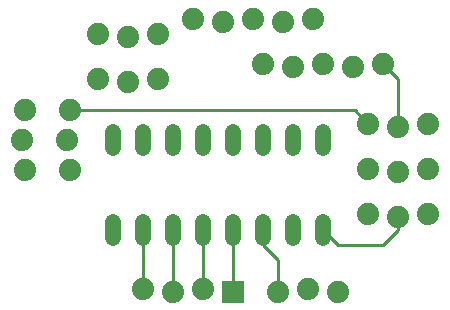
<source format=gbl>
G75*
%MOIN*%
%OFA0B0*%
%FSLAX25Y25*%
%IPPOS*%
%LPD*%
%AMOC8*
5,1,8,0,0,1.08239X$1,22.5*
%
%ADD10C,0.07400*%
%ADD11R,0.07400X0.07400*%
%ADD12C,0.05200*%
%ADD13C,0.01000*%
D10*
X0493833Y0051000D03*
X0508833Y0051000D03*
X0507833Y0061000D03*
X0492833Y0061000D03*
X0493833Y0071000D03*
X0508833Y0071000D03*
X0528333Y0080500D03*
X0538333Y0081500D03*
X0518333Y0081500D03*
X0573333Y0086500D03*
X0583333Y0085500D03*
X0593333Y0086500D03*
X0603333Y0085500D03*
X0613333Y0086500D03*
X0579833Y0100500D03*
X0589833Y0101500D03*
X0569833Y0101500D03*
X0559833Y0100500D03*
X0549833Y0101500D03*
X0538333Y0096500D03*
X0528333Y0095500D03*
X0518333Y0096500D03*
X0608333Y0066500D03*
X0618333Y0065500D03*
X0628333Y0066500D03*
X0628333Y0051500D03*
X0618333Y0050500D03*
X0608333Y0051500D03*
X0608333Y0036500D03*
X0618333Y0035500D03*
X0628333Y0036500D03*
X0588333Y0011500D03*
X0578333Y0010500D03*
X0553333Y0011500D03*
X0543333Y0010500D03*
X0533333Y0011500D03*
X0598333Y0010500D03*
D11*
X0563333Y0010500D03*
D12*
X0563333Y0028400D02*
X0563333Y0033600D01*
X0553333Y0033600D02*
X0553333Y0028400D01*
X0543333Y0028400D02*
X0543333Y0033600D01*
X0533333Y0033600D02*
X0533333Y0028400D01*
X0523333Y0028400D02*
X0523333Y0033600D01*
X0573333Y0033600D02*
X0573333Y0028400D01*
X0583333Y0028400D02*
X0583333Y0033600D01*
X0593333Y0033600D02*
X0593333Y0028400D01*
X0593333Y0058400D02*
X0593333Y0063600D01*
X0583333Y0063600D02*
X0583333Y0058400D01*
X0573333Y0058400D02*
X0573333Y0063600D01*
X0563333Y0063600D02*
X0563333Y0058400D01*
X0553333Y0058400D02*
X0553333Y0063600D01*
X0543333Y0063600D02*
X0543333Y0058400D01*
X0533333Y0058400D02*
X0533333Y0063600D01*
X0523333Y0063600D02*
X0523333Y0058400D01*
D13*
X0508833Y0071000D02*
X0603833Y0071000D01*
X0608333Y0066500D01*
X0618333Y0065500D02*
X0618333Y0081500D01*
X0613333Y0086500D01*
X0618333Y0035500D02*
X0618333Y0031000D01*
X0613333Y0026000D01*
X0598333Y0026000D01*
X0593333Y0031000D01*
X0573333Y0031000D02*
X0573333Y0026000D01*
X0578333Y0021000D01*
X0578333Y0010500D01*
X0563333Y0010500D02*
X0563333Y0031000D01*
X0553333Y0031000D02*
X0553333Y0011500D01*
X0543333Y0010500D02*
X0543333Y0031000D01*
X0533333Y0031000D02*
X0533333Y0011500D01*
M02*

</source>
